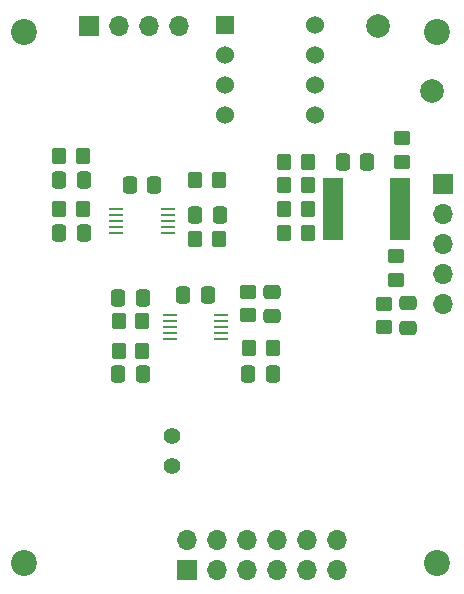
<source format=gbs>
%TF.GenerationSoftware,KiCad,Pcbnew,8.0.2*%
%TF.CreationDate,2024-06-08T00:27:39-04:00*%
%TF.ProjectId,EIS Board,45495320-426f-4617-9264-2e6b69636164,rev?*%
%TF.SameCoordinates,Original*%
%TF.FileFunction,Soldermask,Bot*%
%TF.FilePolarity,Negative*%
%FSLAX46Y46*%
G04 Gerber Fmt 4.6, Leading zero omitted, Abs format (unit mm)*
G04 Created by KiCad (PCBNEW 8.0.2) date 2024-06-08 00:27:39*
%MOMM*%
%LPD*%
G01*
G04 APERTURE LIST*
G04 Aperture macros list*
%AMRoundRect*
0 Rectangle with rounded corners*
0 $1 Rounding radius*
0 $2 $3 $4 $5 $6 $7 $8 $9 X,Y pos of 4 corners*
0 Add a 4 corners polygon primitive as box body*
4,1,4,$2,$3,$4,$5,$6,$7,$8,$9,$2,$3,0*
0 Add four circle primitives for the rounded corners*
1,1,$1+$1,$2,$3*
1,1,$1+$1,$4,$5*
1,1,$1+$1,$6,$7*
1,1,$1+$1,$8,$9*
0 Add four rect primitives between the rounded corners*
20,1,$1+$1,$2,$3,$4,$5,0*
20,1,$1+$1,$4,$5,$6,$7,0*
20,1,$1+$1,$6,$7,$8,$9,0*
20,1,$1+$1,$8,$9,$2,$3,0*%
G04 Aperture macros list end*
%ADD10C,1.524000*%
%ADD11R,1.524000X1.524000*%
%ADD12R,1.257300X0.279400*%
%ADD13O,1.700000X1.700000*%
%ADD14R,1.700000X1.700000*%
%ADD15C,2.000000*%
%ADD16C,2.200000*%
%ADD17C,1.400000*%
%ADD18RoundRect,0.250000X-0.337500X-0.475000X0.337500X-0.475000X0.337500X0.475000X-0.337500X0.475000X0*%
%ADD19RoundRect,0.250000X-0.350000X-0.450000X0.350000X-0.450000X0.350000X0.450000X-0.350000X0.450000X0*%
%ADD20RoundRect,0.250000X0.350000X0.450000X-0.350000X0.450000X-0.350000X-0.450000X0.350000X-0.450000X0*%
%ADD21RoundRect,0.250000X0.450000X-0.350000X0.450000X0.350000X-0.450000X0.350000X-0.450000X-0.350000X0*%
%ADD22RoundRect,0.250000X-0.450000X0.350000X-0.450000X-0.350000X0.450000X-0.350000X0.450000X0.350000X0*%
%ADD23RoundRect,0.250000X0.337500X0.475000X-0.337500X0.475000X-0.337500X-0.475000X0.337500X-0.475000X0*%
%ADD24RoundRect,0.076750X0.810250X0.230250X-0.810250X0.230250X-0.810250X-0.230250X0.810250X-0.230250X0*%
%ADD25RoundRect,0.250000X-0.475000X0.337500X-0.475000X-0.337500X0.475000X-0.337500X0.475000X0.337500X0*%
%ADD26RoundRect,0.250000X0.475000X-0.337500X0.475000X0.337500X-0.475000X0.337500X-0.475000X-0.337500X0*%
G04 APERTURE END LIST*
D10*
%TO.C,U9*%
X127120000Y-51920000D03*
X127120000Y-54460000D03*
X127120000Y-57000000D03*
X127120000Y-59540000D03*
X119500000Y-59540000D03*
X119500000Y-57000000D03*
X119500000Y-54460000D03*
D11*
X119500000Y-51920000D03*
%TD*%
D12*
%TO.C,U6*%
X119178050Y-78500252D03*
X119178050Y-78000126D03*
X119178050Y-77500000D03*
X119178050Y-76999874D03*
X119178050Y-76499748D03*
X114821950Y-76499748D03*
X114821950Y-76999874D03*
X114821950Y-77500000D03*
X114821950Y-78000126D03*
X114821950Y-78500252D03*
%TD*%
%TO.C,U1*%
X114678050Y-69500252D03*
X114678050Y-69000126D03*
X114678050Y-68500000D03*
X114678050Y-67999874D03*
X114678050Y-67499748D03*
X110321950Y-67499748D03*
X110321950Y-67999874D03*
X110321950Y-68500000D03*
X110321950Y-69000126D03*
X110321950Y-69500252D03*
%TD*%
D13*
%TO.C,J2*%
X138000000Y-75540000D03*
X138000000Y-73000000D03*
X138000000Y-70460000D03*
X138000000Y-67920000D03*
D14*
X138000000Y-65380000D03*
%TD*%
D13*
%TO.C,J3*%
X129000000Y-95500000D03*
X129000000Y-98040000D03*
X126460000Y-95500000D03*
X126460000Y-98040000D03*
X123920000Y-95500000D03*
X123920000Y-98040000D03*
X121380000Y-95500000D03*
X121380000Y-98040000D03*
X118840000Y-95500000D03*
X118840000Y-98040000D03*
X116300000Y-95500000D03*
D14*
X116300000Y-98040000D03*
%TD*%
D15*
%TO.C,TP5*%
X137000000Y-57500000D03*
%TD*%
D16*
%TO.C,H1*%
X102500000Y-52500000D03*
%TD*%
D15*
%TO.C,TP7*%
X132500000Y-52000000D03*
%TD*%
D16*
%TO.C,H3*%
X102500000Y-97500000D03*
%TD*%
%TO.C,H4*%
X137500000Y-97500000D03*
%TD*%
D17*
%TO.C,JP1*%
X115000000Y-86710000D03*
X115000000Y-89250000D03*
%TD*%
D16*
%TO.C,H2*%
X137500000Y-52500000D03*
%TD*%
D18*
%TO.C,C11*%
X123537500Y-81500000D03*
X121462500Y-81500000D03*
%TD*%
%TO.C,C9*%
X131537500Y-63500000D03*
X129462500Y-63500000D03*
%TD*%
D19*
%TO.C,R2*%
X119000000Y-70000000D03*
X117000000Y-70000000D03*
%TD*%
D20*
%TO.C,R14*%
X110500000Y-77000000D03*
X112500000Y-77000000D03*
%TD*%
D21*
%TO.C,R16*%
X121462500Y-76500000D03*
X121462500Y-74500000D03*
%TD*%
D19*
%TO.C,R6*%
X119000000Y-65000000D03*
X117000000Y-65000000D03*
%TD*%
D20*
%TO.C,R9*%
X124500000Y-65500000D03*
X126500000Y-65500000D03*
%TD*%
D21*
%TO.C,R15*%
X134500000Y-61500000D03*
X134500000Y-63500000D03*
%TD*%
D19*
%TO.C,R12*%
X123537500Y-79250000D03*
X121537500Y-79250000D03*
%TD*%
D22*
%TO.C,R18*%
X133000000Y-75500000D03*
X133000000Y-77500000D03*
%TD*%
D23*
%TO.C,C6*%
X107537500Y-65000000D03*
X105462500Y-65000000D03*
%TD*%
D20*
%TO.C,R13*%
X124500000Y-69500000D03*
X126500000Y-69500000D03*
%TD*%
D24*
%TO.C,U2*%
X128630000Y-65225000D03*
X128630000Y-65875000D03*
X128630000Y-66525000D03*
X128630000Y-67175000D03*
X128630000Y-67825000D03*
X128630000Y-68475000D03*
X128630000Y-69125000D03*
X128630000Y-69775000D03*
X134370000Y-69775000D03*
X134370000Y-69125000D03*
X134370000Y-68475000D03*
X134370000Y-67825000D03*
X134370000Y-67175000D03*
X134370000Y-66525000D03*
X134370000Y-65875000D03*
X134370000Y-65225000D03*
%TD*%
D20*
%TO.C,R3*%
X107500000Y-63000000D03*
X105500000Y-63000000D03*
%TD*%
D23*
%TO.C,C16*%
X118037500Y-74750000D03*
X115962500Y-74750000D03*
%TD*%
%TO.C,C10*%
X110462500Y-81500000D03*
X112537500Y-81500000D03*
%TD*%
%TO.C,C1*%
X107537500Y-69500000D03*
X105462500Y-69500000D03*
%TD*%
D20*
%TO.C,R11*%
X124500000Y-63500000D03*
X126500000Y-63500000D03*
%TD*%
D18*
%TO.C,C5*%
X119075000Y-68000000D03*
X117000000Y-68000000D03*
%TD*%
D23*
%TO.C,C12*%
X110462500Y-75000000D03*
X112537500Y-75000000D03*
%TD*%
%TO.C,C8*%
X111462500Y-65500000D03*
X113537500Y-65500000D03*
%TD*%
D22*
%TO.C,R17*%
X134000000Y-71500000D03*
X134000000Y-73500000D03*
%TD*%
D25*
%TO.C,C17*%
X135000000Y-75462500D03*
X135000000Y-77537500D03*
%TD*%
D20*
%TO.C,R8*%
X124500000Y-67500000D03*
X126500000Y-67500000D03*
%TD*%
%TO.C,R10*%
X110500000Y-79500000D03*
X112500000Y-79500000D03*
%TD*%
%TO.C,R1*%
X107500000Y-67500000D03*
X105500000Y-67500000D03*
%TD*%
D26*
%TO.C,C15*%
X123462500Y-76575000D03*
X123462500Y-74500000D03*
%TD*%
D13*
%TO.C,J1*%
X115620000Y-52000000D03*
X113080000Y-52000000D03*
X110540000Y-52000000D03*
D14*
X108000000Y-52000000D03*
%TD*%
M02*

</source>
